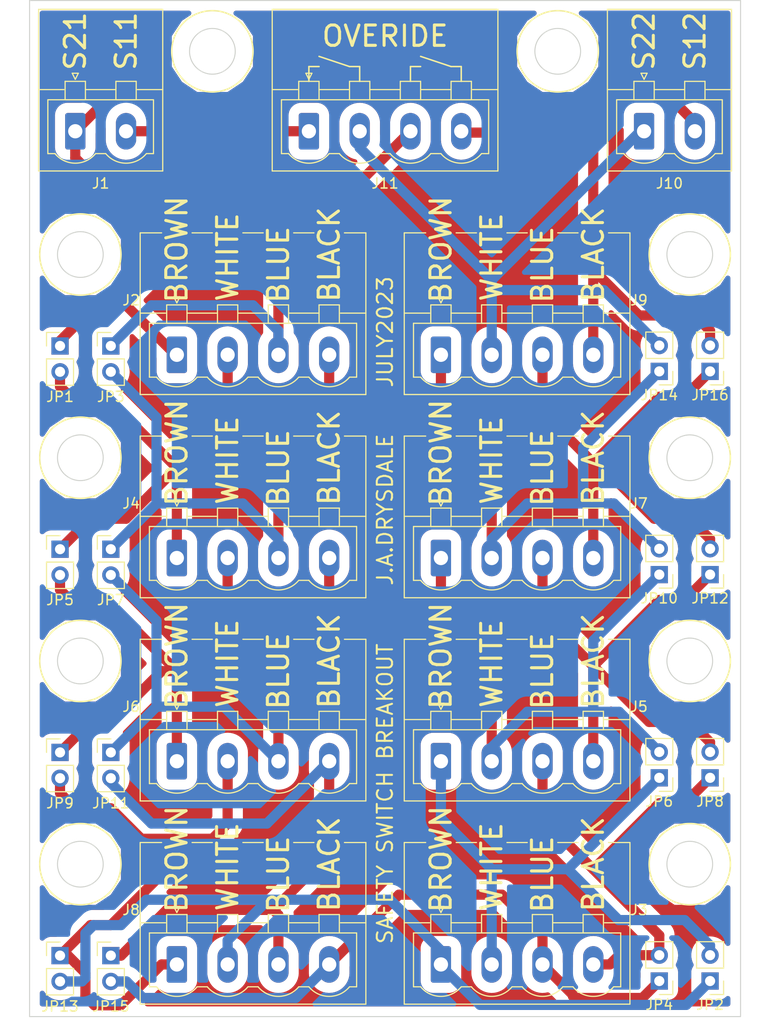
<source format=kicad_pcb>
(kicad_pcb (version 20211014) (generator pcbnew)
  (layers (0 "F.Cu" signal) (31 "B.Cu" signal) (34 "B.Paste" user) (35 "F.Paste" user) (36 "B.SilkS" user "B.Silkscreen") (37 "F.SilkS" user "F.Silkscreen") (38 "B.Mask" user) (39 "F.Mask" user) (44 "Edge.Cuts" user))
  (net 0 "")
  (net 1 "Net-(J1-Pad1)")
  (net 2 "Net-(J1-Pad2)")
  (net 3 "Net-(J2-Pad2)")
  (net 4 "Net-(J2-Pad4)")
  (net 5 "Net-(J4-Pad2)")
  (net 6 "Net-(J4-Pad4)")
  (net 7 "Net-(J10-Pad1)")
  (net 8 "Net-(J10-Pad2)")
  (net 9 "Net-(J3-Pad1)")
  (net 10 "Net-(J3-Pad2)")
  (net 11 "Net-(J3-Pad3)")
  (net 12 "Net-(J3-Pad4)")
  (net 13 "Net-(J5-Pad2)")
  (net 14 "Net-(J5-Pad4)")
  (net 15 "Net-(J6-Pad2)")
  (net 16 "Net-(J6-Pad4)")
  (net 17 "Net-(J7-Pad2)")
  (net 18 "Net-(J7-Pad4)")
  (footprint "Safety_PCB_connectors:PhoenixContact_MSTBVA_2,5_4-G_1x04_P5.00mm_Vertical" (layer "F.Cu") (at 114.5 114.8675)
    (fp_text reference "J6" (at -4.5 -5.3675) (layer "F.SilkS"))
    (fp_text value "Screw_Terminal_01x04")
    (pad "1" thru_hole roundrect (at 0 0) (size 2 3.6) (drill 1.4) (layers *.Cu *.Mask) (roundrect_rratio 0.125) (net 5 "Net-(J4-Pad2)"))
    (pad "2" thru_hole oval (at 5 0) (size 2 3.6) (drill 1.4) (layers *.Cu *.Mask) (net 15 "Net-(J6-Pad2)"))
    (pad "3" thru_hole oval (at 10 0) (size 2 3.6) (drill 1.4) (layers *.Cu *.Mask) (net 6 "Net-(J4-Pad4)"))
    (pad "4" thru_hole oval (at 15 0) (size 2 3.6) (drill 1.4) (layers *.Cu *.Mask) (net 16 "Net-(J6-Pad4)"))
  )
  (footprint "Safety_PCB_connectors:PhoenixContact_MSTBVA_2,5_4-G_1x04_P5.00mm_Vertical" (layer "F.Cu") (at 127.5 52.8675)
    (fp_text reference "J11" (at 7.5 5.1325) (layer "F.SilkS"))
    (fp_text value "Screw_Terminal_01x04")
    (pad "1" thru_hole roundrect (at 0 0) (size 2 3.6) (drill 1.4) (layers *.Cu *.Mask) (roundrect_rratio 0.125) (net 1 "Net-(J1-Pad1)"))
    (pad "2" thru_hole oval (at 5 0) (size 2 3.6) (drill 1.4) (layers *.Cu *.Mask) (net 7 "Net-(J10-Pad1)"))
    (pad "3" thru_hole oval (at 10 0) (size 2 3.6) (drill 1.4) (layers *.Cu *.Mask) (net 2 "Net-(J1-Pad2)"))
    (pad "4" thru_hole oval (at 15 0) (size 2 3.6) (drill 1.4) (layers *.Cu *.Mask) (net 8 "Net-(J10-Pad2)"))
  )
  (footprint "Connector_PinHeader_2.54mm:PinHeader_1x02_P2.54mm_Vertical" (layer "F.Cu") (at 108 74)
    (fp_text reference "JP3" (at 0 5) (layer "F.SilkS"))
    (fp_text value "Jumper_2_Open")
    (pad "1" thru_hole rect (at 0 0) (size 1.7 1.7) (drill 1) (layers *.Cu *.Mask) (net 2 "Net-(J1-Pad2)"))
    (pad "2" thru_hole oval (at 0 2.54) (size 1.7 1.7) (drill 1) (layers *.Cu *.Mask) (net 4 "Net-(J2-Pad4)"))
  )
  (footprint "Safety_PCB_connectors:PhoenixContact_MSTBVA_2,5_4-G_1x04_P5.00mm_Vertical" (layer "F.Cu") (at 114.5 94.8675)
    (fp_text reference "J4" (at -4.5 -5.3675) (layer "F.SilkS"))
    (fp_text value "Screw_Terminal_01x04")
    (pad "1" thru_hole roundrect (at 0 0) (size 2 3.6) (drill 1.4) (layers *.Cu *.Mask) (roundrect_rratio 0.125) (net 3 "Net-(J2-Pad2)"))
    (pad "2" thru_hole oval (at 5 0) (size 2 3.6) (drill 1.4) (layers *.Cu *.Mask) (net 5 "Net-(J4-Pad2)"))
    (pad "3" thru_hole oval (at 10 0) (size 2 3.6) (drill 1.4) (layers *.Cu *.Mask) (net 4 "Net-(J2-Pad4)"))
    (pad "4" thru_hole oval (at 15 0) (size 2 3.6) (drill 1.4) (layers *.Cu *.Mask) (net 6 "Net-(J4-Pad4)"))
  )
  (footprint "Connector_PinHeader_2.54mm:PinHeader_1x02_P2.54mm_Vertical" (layer "F.Cu") (at 103 134)
    (fp_text reference "JP13" (at 0 5) (layer "F.SilkS"))
    (fp_text value "Jumper_2_Open")
    (pad "1" thru_hole rect (at 0 0) (size 1.7 1.7) (drill 1) (layers *.Cu *.Mask) (net 15 "Net-(J6-Pad2)"))
    (pad "2" thru_hole oval (at 0 2.54) (size 1.7 1.7) (drill 1) (layers *.Cu *.Mask) (net 9 "Net-(J3-Pad1)"))
  )
  (footprint "Connector_PinHeader_2.54mm:PinHeader_1x02_P2.54mm_Vertical" (layer "F.Cu") (at 103 94)
    (fp_text reference "JP5" (at 0 5) (layer "F.SilkS"))
    (fp_text value "Jumper_2_Open")
    (pad "1" thru_hole rect (at 0 0) (size 1.7 1.7) (drill 1) (layers *.Cu *.Mask) (net 3 "Net-(J2-Pad2)"))
    (pad "2" thru_hole oval (at 0 2.54) (size 1.7 1.7) (drill 1) (layers *.Cu *.Mask) (net 5 "Net-(J4-Pad2)"))
  )
  (footprint "Safety_PCB_connectors:PhoenixContact_MSTBVA_2,5_4-G_1x04_P5.00mm_Vertical" (layer "F.Cu") (at 140.5 114.8675)
    (fp_text reference "J5" (at 19.5 -5.3675) (layer "F.SilkS"))
    (fp_text value "Screw_Terminal_01x04")
    (pad "1" thru_hole roundrect (at 0 0) (size 2 3.6) (drill 1.4) (layers *.Cu *.Mask) (roundrect_rratio 0.125) (net 10 "Net-(J3-Pad2)"))
    (pad "2" thru_hole oval (at 5 0) (size 2 3.6) (drill 1.4) (layers *.Cu *.Mask) (net 13 "Net-(J5-Pad2)"))
    (pad "3" thru_hole oval (at 10 0) (size 2 3.6) (drill 1.4) (layers *.Cu *.Mask) (net 12 "Net-(J3-Pad4)"))
    (pad "4" thru_hole oval (at 15 0) (size 2 3.6) (drill 1.4) (layers *.Cu *.Mask) (net 14 "Net-(J5-Pad4)"))
  )
  (footprint "Safety_PCB_connectors:PhoenixContact_MSTBVA_2,5_4-G_1x04_P5.00mm_Vertical" (layer "F.Cu") (at 140.5 94.8675)
    (fp_text reference "J7" (at 19.5 -5.3675) (layer "F.SilkS"))
    (fp_text value "Screw_Terminal_01x04")
    (pad "1" thru_hole roundrect (at 0 0) (size 2 3.6) (drill 1.4) (layers *.Cu *.Mask) (roundrect_rratio 0.125) (net 13 "Net-(J5-Pad2)"))
    (pad "2" thru_hole oval (at 5 0) (size 2 3.6) (drill 1.4) (layers *.Cu *.Mask) (net 17 "Net-(J7-Pad2)"))
    (pad "3" thru_hole oval (at 10 0) (size 2 3.6) (drill 1.4) (layers *.Cu *.Mask) (net 14 "Net-(J5-Pad4)"))
    (pad "4" thru_hole oval (at 15 0) (size 2 3.6) (drill 1.4) (layers *.Cu *.Mask) (net 18 "Net-(J7-Pad4)"))
  )
  (footprint "Connector_PinHeader_2.54mm:PinHeader_1x02_P2.54mm_Vertical" (layer "F.Cu") (at 162 76.5 180)
    (fp_text reference "JP14" (at 0 -2.33) (layer "F.SilkS"))
    (fp_text value "Jumper_2_Open")
    (pad "1" thru_hole rect (at 0 0 180) (size 1.7 1.7) (drill 1) (layers *.Cu *.Mask) (net 17 "Net-(J7-Pad2)"))
    (pad "2" thru_hole oval (at 0 2.54 180) (size 1.7 1.7) (drill 1) (layers *.Cu *.Mask) (net 7 "Net-(J10-Pad1)"))
  )
  (footprint "Connector_PinHeader_2.54mm:PinHeader_1x02_P2.54mm_Vertical" (layer "F.Cu") (at 108 114)
    (fp_text reference "JP11" (at 0 5) (layer "F.SilkS"))
    (fp_text value "Jumper_2_Open")
    (pad "1" thru_hole rect (at 0 0) (size 1.7 1.7) (drill 1) (layers *.Cu *.Mask) (net 6 "Net-(J4-Pad4)"))
    (pad "2" thru_hole oval (at 0 2.54) (size 1.7 1.7) (drill 1) (layers *.Cu *.Mask) (net 16 "Net-(J6-Pad4)"))
  )
  (footprint "Connector_PinHeader_2.54mm:PinHeader_1x02_P2.54mm_Vertical" (layer "F.Cu") (at 167 76.5 180)
    (fp_text reference "JP16" (at 0 -2.33) (layer "F.SilkS"))
    (fp_text value "Jumper_2_Open")
    (pad "1" thru_hole rect (at 0 0 180) (size 1.7 1.7) (drill 1) (layers *.Cu *.Mask) (net 18 "Net-(J7-Pad4)"))
    (pad "2" thru_hole oval (at 0 2.54 180) (size 1.7 1.7) (drill 1) (layers *.Cu *.Mask) (net 8 "Net-(J10-Pad2)"))
  )
  (footprint "Safety_PCB_connectors:PhoenixContact_MSTBVA_2,5_4-G_1x04_P5.00mm_Vertical" (layer "F.Cu") (at 140.5 134.8675)
    (fp_text reference "J3" (at 19.5 -5.3675) (layer "F.SilkS"))
    (fp_text value "Screw_Terminal_01x04")
    (pad "1" thru_hole roundrect (at 0 0) (size 2 3.6) (drill 1.4) (layers *.Cu *.Mask) (roundrect_rratio 0.125) (net 9 "Net-(J3-Pad1)"))
    (pad "2" thru_hole oval (at 5 0) (size 2 3.6) (drill 1.4) (layers *.Cu *.Mask) (net 10 "Net-(J3-Pad2)"))
    (pad "3" thru_hole oval (at 10 0) (size 2 3.6) (drill 1.4) (layers *.Cu *.Mask) (net 11 "Net-(J3-Pad3)"))
    (pad "4" thru_hole oval (at 15 0) (size 2 3.6) (drill 1.4) (layers *.Cu *.Mask) (net 12 "Net-(J3-Pad4)"))
  )
  (footprint "Connector_PinHeader_2.54mm:PinHeader_1x02_P2.54mm_Vertical" (layer "F.Cu") (at 162 96.5 180)
    (fp_text reference "JP10" (at 0 -2.33) (layer "F.SilkS"))
    (fp_text value "Jumper_2_Open")
    (pad "1" thru_hole rect (at 0 0 180) (size 1.7 1.7) (drill 1) (layers *.Cu *.Mask) (net 13 "Net-(J5-Pad2)"))
    (pad "2" thru_hole oval (at 0 2.54 180) (size 1.7 1.7) (drill 1) (layers *.Cu *.Mask) (net 17 "Net-(J7-Pad2)"))
  )
  (footprint "Connector_PinHeader_2.54mm:PinHeader_1x02_P2.54mm_Vertical" (layer "F.Cu") (at 162 116.5 180)
    (fp_text reference "JP6" (at 0 -2.33) (layer "F.SilkS"))
    (fp_text value "Jumper_2_Open")
    (pad "1" thru_hole rect (at 0 0 180) (size 1.7 1.7) (drill 1) (layers *.Cu *.Mask) (net 10 "Net-(J3-Pad2)"))
    (pad "2" thru_hole oval (at 0 2.54 180) (size 1.7 1.7) (drill 1) (layers *.Cu *.Mask) (net 13 "Net-(J5-Pad2)"))
  )
  (footprint "Connector_PinHeader_2.54mm:PinHeader_1x02_P2.54mm_Vertical" (layer "F.Cu") (at 167 116.5 180)
    (fp_text reference "JP8" (at 0 -2.33) (layer "F.SilkS"))
    (fp_text value "Jumper_2_Open")
    (pad "1" thru_hole rect (at 0 0 180) (size 1.7 1.7) (drill 1) (layers *.Cu *.Mask) (net 12 "Net-(J3-Pad4)"))
    (pad "2" thru_hole oval (at 0 2.54 180) (size 1.7 1.7) (drill 1) (layers *.Cu *.Mask) (net 14 "Net-(J5-Pad4)"))
  )
  (footprint "Connector_PinHeader_2.54mm:PinHeader_1x02_P2.54mm_Vertical" (layer "F.Cu") (at 108 94)
    (fp_text reference "JP7" (at 0 5) (layer "F.SilkS"))
    (fp_text value "Jumper_2_Open")
    (pad "1" thru_hole rect (at 0 0) (size 1.7 1.7) (drill 1) (layers *.Cu *.Mask) (net 4 "Net-(J2-Pad4)"))
    (pad "2" thru_hole oval (at 0 2.54) (size 1.7 1.7) (drill 1) (layers *.Cu *.Mask) (net 6 "Net-(J4-Pad4)"))
  )
  (footprint "Connector_PinHeader_2.54mm:PinHeader_1x02_P2.54mm_Vertical" (layer "F.Cu") (at 108 134)
    (fp_text reference "JP15" (at 0 5) (layer "F.SilkS"))
    (fp_text value "Jumper_2_Open")
    (pad "1" thru_hole rect (at 0 0) (size 1.7 1.7) (drill 1) (layers *.Cu *.Mask) (net 16 "Net-(J6-Pad4)"))
    (pad "2" thru_hole oval (at 0 2.54) (size 1.7 1.7) (drill 1) (layers *.Cu *.Mask) (net 11 "Net-(J3-Pad3)"))
  )
  (footprint "Safety_PCB_connectors:PhoenixContact_MSTBVA_2,5_2-G_1x02_P5.00mm_Vertical" (layer "F.Cu") (at 104.5 52.8675)
    (fp_text reference "J1" (at 2.5 5.1325) (layer "F.SilkS"))
    (fp_text value "Screw_Terminal_01x02")
    (pad "1" thru_hole roundrect (at 0 0) (size 2 3.6) (drill 1.4) (layers *.Cu *.Mask) (roundrect_rratio 0.125) (net 1 "Net-(J1-Pad1)"))
    (pad "2" thru_hole oval (at 5 0) (size 2 3.6) (drill 1.4) (layers *.Cu *.Mask) (net 2 "Net-(J1-Pad2)"))
  )
  (footprint "Safety_PCB_connectors:PhoenixContact_MSTBVA_2,5_4-G_1x04_P5.00mm_Vertical" (layer "F.Cu") (at 140.5 74.8675)
    (fp_text reference "J9" (at 19.5 -5.3675) (layer "F.SilkS"))
    (fp_text value "Screw_Terminal_01x04")
    (pad "1" thru_hole roundrect (at 0 0) (size 2 3.6) (drill 1.4) (layers *.Cu *.Mask) (roundrect_rratio 0.125) (net 17 "Net-(J7-Pad2)"))
    (pad "2" thru_hole oval (at 5 0) (size 2 3.6) (drill 1.4) (layers *.Cu *.Mask) (net 7 "Net-(J10-Pad1)"))
    (pad "3" thru_hole oval (at 10 0) (size 2 3.6) (drill 1.4) (layers *.Cu *.Mask) (net 18 "Net-(J7-Pad4)"))
    (pad "4" thru_hole oval (at 15 0) (size 2 3.6) (drill 1.4) (layers *.Cu *.Mask) (net 8 "Net-(J10-Pad2)"))
  )
  (footprint "Connector_PinHeader_2.54mm:PinHeader_1x02_P2.54mm_Vertical" (layer "F.Cu") (at 167 96.5 180)
    (fp_text reference "JP12" (at 0 -2.33) (layer "F.SilkS"))
    (fp_text value "Jumper_2_Open")
    (pad "1" thru_hole rect (at 0 0 180) (size 1.7 1.7) (drill 1) (layers *.Cu *.Mask) (net 14 "Net-(J5-Pad4)"))
    (pad "2" thru_hole oval (at 0 2.54 180) (size 1.7 1.7) (drill 1) (layers *.Cu *.Mask) (net 18 "Net-(J7-Pad4)"))
  )
  (footprint "Safety_PCB_connectors:PhoenixContact_MSTBVA_2,5_2-G_1x02_P5.00mm_Vertical" (layer "F.Cu") (at 160.5 52.8675)
    (fp_text reference "J10" (at 2.5 5.1325) (layer "F.SilkS"))
    (fp_text value "Screw_Terminal_01x02")
    (pad "1" thru_hole roundrect (at 0 0) (size 2 3.6) (drill 1.4) (layers *.Cu *.Mask) (roundrect_rratio 0.125) (net 7 "Net-(J10-Pad1)"))
    (pad "2" thru_hole oval (at 5 0) (size 2 3.6) (drill 1.4) (layers *.Cu *.Mask) (net 8 "Net-(J10-Pad2)"))
  )
  (footprint "Safety_PCB_connectors:PhoenixContact_MSTBVA_2,5_4-G_1x04_P5.00mm_Vertical" (layer "F.Cu") (at 114.5 134.8675)
    (fp_text reference "J8" (at -4.5 -5.3675) (layer "F.SilkS"))
    (fp_text value "Screw_Terminal_01x04")
    (pad "1" thru_hole roundrect (at 0 0) (size 2 3.6) (drill 1.4) (layers *.Cu *.Mask) (roundrect_rratio 0.125) (net 15 "Net-(J6-Pad2)"))
    (pad "2" thru_hole oval (at 5 0) (size 2 3.6) (drill 1.4) (layers *.Cu *.Mask) (net 9 "Net-(J3-Pad1)"))
    (pad "3" thru_hole oval (at 10 0) (size 2 3.6) (drill 1.4) (layers *.Cu *.Mask) (net 16 "Net-(J6-Pad4)"))
    (pad "4" thru_hole oval (at 15 0) (size 2 3.6) (drill 1.4) (layers *.Cu *.Mask) (net 11 "Net-(J3-Pad3)"))
  )
  (footprint "Connector_PinHeader_2.54mm:PinHeader_1x02_P2.54mm_Vertical" (layer "F.Cu") (at 103 114)
    (fp_text reference "JP9" (at 0 5) (layer "F.SilkS"))
    (fp_text value "Jumper_2_Open")
    (pad "1" thru_hole rect (at 0 0) (size 1.7 1.7) (drill 1) (layers *.Cu *.Mask) (net 5 "Net-(J4-Pad2)"))
    (pad "2" thru_hole oval (at 0 2.54) (size 1.7 1.7) (drill 1) (layers *.Cu *.Mask) (net 15 "Net-(J6-Pad2)"))
  )
  (footprint "Connector_PinHeader_2.54mm:PinHeader_1x02_P2.54mm_Vertical" (layer "F.Cu") (at 162 136.5 180)
    (fp_text reference "JP4" (at 0 -2.33) (layer "F.SilkS"))
    (fp_text value "Jumper_2_Open")
    (pad "1" thru_hole rect (at 0 0 180) (size 1.7 1.7) (drill 1) (layers *.Cu *.Mask) (net 11 "Net-(J3-Pad3)"))
    (pad "2" thru_hole oval (at 0 2.54 180) (size 1.7 1.7) (drill 1) (layers *.Cu *.Mask) (net 12 "Net-(J3-Pad4)"))
  )
  (footprint "Connector_PinHeader_2.54mm:PinHeader_1x02_P2.54mm_Vertical" (layer "F.Cu") (at 167 136.5 180)
    (fp_text reference "JP2" (at 0 -2.33) (layer "F.SilkS"))
    (fp_text value "Jumper_2_Open")
    (pad "1" thru_hole rect (at 0 0 180) (size 1.7 1.7) (drill 1) (layers *.Cu *.Mask) (net 9 "Net-(J3-Pad1)"))
    (pad "2" thru_hole oval (at 0 2.54 180) (size 1.7 1.7) (drill 1) (layers *.Cu *.Mask) (net 10 "Net-(J3-Pad2)"))
  )
  (footprint "Connector_PinHeader_2.54mm:PinHeader_1x02_P2.54mm_Vertical" (layer "F.Cu") (at 103 74)
    (fp_text reference "JP1" (at 0 5) (layer "F.SilkS"))
    (fp_text value "Jumper_2_Open")
    (pad "1" thru_hole rect (at 0 0) (size 1.7 1.7) (drill 1) (layers *.Cu *.Mask) (net 1 "Net-(J1-Pad1)"))
    (pad "2" thru_hole oval (at 0 2.54) (size 1.7 1.7) (drill 1) (layers *.Cu *.Mask) (net 3 "Net-(J2-Pad2)"))
  )
  (footprint "Safety_PCB_connectors:PhoenixContact_MSTBVA_2,5_4-G_1x04_P5.00mm_Vertical" (layer "F.Cu") (at 114.5 74.8675)
    (fp_text reference "J2" (at -4.5 -5.3675) (layer "F.SilkS"))
    (fp_text value "Screw_Terminal_01x04")
    (pad "1" thru_hole roundrect (at 0 0) (size 2 3.6) (drill 1.4) (layers *.Cu *.Mask) (roundrect_rratio 0.125) (net 1 "Net-(J1-Pad1)"))
    (pad "2" thru_hole oval (at 5 0) (size 2 3.6) (drill 1.4) (layers *.Cu *.Mask) (net 3 "Net-(J2-Pad2)"))
    (pad "3" thru_hole oval (at 10 0) (size 2 3.6) (drill 1.4) (layers *.Cu *.Mask) (net 2 "Net-(J1-Pad2)"))
    (pad "4" thru_hole oval (at 15 0) (size 2 3.6) (drill 1.4) (layers *.Cu *.Mask) (net 4 "Net-(J2-Pad4)"))
  )
  (gr_circle (center 165 105) (end 169 105) (layer "F.SilkS") (width 0.15) (fill none))
  (gr_circle (center 105 105) (end 109 105) (layer "F.SilkS") (width 0.15) (fill none))
  (gr_circle (center 105 125) (end 109 125) (layer "F.SilkS") (width 0.15) (fill none))
  (gr_circle (center 165 85) (end 169 85) (layer "F.SilkS") (width 0.15) (fill none))
  (gr_circle (center 165 65) (end 169 65) (layer "F.SilkS") (width 0.15) (fill none))
  (gr_circle (center 105 85) (end 109 85) (layer "F.SilkS") (width 0.15) (fill none))
  (gr_circle (center 152 45) (end 156 45) (layer "F.SilkS") (width 0.15) (fill none))
  (gr_line (start 132.5 47.9575) (end 132.5 46.5) (layer "F.SilkS") (width 0.15))
  (gr_line (start 141.5 46.5) (end 138.5 45.5) (layer "F.SilkS") (width 0.15))
  (gr_circle (center 165 125) (end 169 125) (layer "F.SilkS") (width 0.15) (fill none))
  (gr_circle (center 105 65) (end 109 65) (layer "F.SilkS") (width 0.15) (fill none))
  (gr_line (start 142.5 46.5) (end 141.5 46.5) (layer "F.SilkS") (width 0.15))
  (gr_line (start 127.5 47.9575) (end 127.5 46.5) (layer "F.SilkS") (width 0.15))
  (gr_line (start 137.5 46.5) (end 138.5 46.5) (layer "F.SilkS") (width 0.15))
  (gr_line (start 137.5 47.9575) (end 137.5 46.5) (layer "F.SilkS") (width 0.15))
  (gr_line (start 142.5 47.9575) (end 142.5 46.5) (layer "F.SilkS") (width 0.15))
  (gr_line (start 128.5 46.5) (end 127.5 46.5) (layer "F.SilkS") (width 0.15))
  (gr_line (start 132.5 46.5) (end 131.5 46.5) (layer "F.SilkS") (width 0.15))
  (gr_circle (center 118 45) (end 122 45) (layer "F.SilkS") (width 0.15) (fill none))
  (gr_line (start 131.5 46.5) (end 128.5 45.5) (layer "F.SilkS") (width 0.15))
  (gr_rect (start 100 40) (end 170 140) (layer "Edge.Cuts") (width 0.1) (fill none))
  (gr_circle (center 105 105) (end 107.25 105) (layer "Edge.Cuts") (width 0.1) (fill none))
  (gr_circle (center 105 125) (end 107.25 125) (layer "Edge.Cuts") (width 0.1) (fill none))
  (gr_circle (center 105 65) (end 107.25 65) (layer "Edge.Cuts") (width 0.1) (fill none))
  (gr_circle (center 165 65) (end 167.25 65) (layer "Edge.Cuts") (width 0.1) (fill none))
  (gr_circle (center 105 85) (end 107.25 85) (layer "Edge.Cuts") (width 0.1) (fill none))
  (gr_circle (center 118 45) (end 120.25 45) (layer "Edge.Cuts") (width 0.1) (fill none))
  (gr_circle (center 165 85) (end 167.25 85) (layer "Edge.Cuts") (width 0.1) (fill none))
  (gr_circle (center 165 105) (end 167.25 105) (layer "Edge.Cuts") (width 0.1) (fill none))
  (gr_circle (center 152 45) (end 154.25 45) (layer "Edge.Cuts") (width 0.1) (fill none))
  (gr_circle (center 165 125) (end 167.25 125) (layer "Edge.Cuts") (width 0.1) (fill none))
  (gr_text "BLACK" (at 155.5 125 90) (layer "F.SilkS") (effects (font (size 2 2) (thickness 0.3))))
  (gr_text "BROWN" (at 140.5 104.5 90) (layer "F.SilkS") (effects (font (size 2 2) (thickness 0.3))))
  (gr_text "WHITE" (at 145.5 105.25 90) (layer "F.SilkS") (effects (font (size 2 2) (thickness 0.3))))
  (gr_text "S11" (at 109.5 44 90) (layer "F.SilkS") (effects (font (size 2 2) (thickness 0.3))))
  (gr_text "BLUE" (at 124.5 106 90) (layer "F.SilkS") (effects (font (size 2 2) (thickness 0.3))))
  (gr_text "S12" (at 165.5 44 90) (layer "F.SilkS") (effects (font (size 2 2) (thickness 0.3))))
  (gr_text "BLACK" (at 129.5 125 90) (layer "F.SilkS") (effects (font (size 2 2) (thickness 0.3))))
  (gr_text "BLUE" (at 124.5 66 90) (layer "F.SilkS") (effects (font (size 2 2) (thickness 0.3))))
  (gr_text "BLUE" (at 150.5 66 90) (layer "F.SilkS") (effects (font (size 2 2) (thickness 0.3))))
  (gr_text "BROWN" (at 140.5 124.5 90) (layer "F.SilkS") (effects (font (size 2 2) (thickness 0.3))))
  (gr_text "BLACK" (at 155.5 105 90) (layer "F.SilkS") (effects (font (size 2 2) (thickness 0.3))))
  (gr_text "S21" (at 104.5 44 90) (layer "F.SilkS") (effects (font (size 2 2) (thickness 0.3))))
  (gr_text "BROWN" (at 114.5 124.5 90) (layer "F.SilkS") (effects (font (size 2 2) (thickness 0.3))))
  (gr_text "BROWN" (at 114.5 104.5 90) (layer "F.SilkS") (effects (font (size 2 2) (thickness 0.3))))
  (gr_text "WHITE" (at 145.5 125.25 90) (layer "F.SilkS") (effects (font (size 2 2) (thickness 0.3))))
  (gr_text "BLACK" (at 155.5 65 90) (layer "F.SilkS") (effects (font (size 2 2) (thickness 0.3))))
  (gr_text "BLUE" (at 124.5 86 90) (layer "F.SilkS") (effects (font (size 2 2) (thickness 0.3))))
  (gr_text "WHITE" (at 145.5 65.25 90) (layer "F.SilkS") (effects (font (size 2 2) (thickness 0.3))))
  (gr_text "BROWN" (at 140.5 64.5 90) (layer "F.SilkS") (effects (font (size 2 2) (thickness 0.3))))
  (gr_text "WHITE" (at 145.5 85.25 90) (layer "F.SilkS") (effects (font (size 2 2) (thickness 0.3))))
  (gr_text "BROWN" (at 114.5 84.5 90) (layer "F.SilkS") (effects (font (size 2 2) (thickness 0.3))))
  (gr_text "BLUE" (at 124.5 126 90) (layer "F.SilkS") (effects (font (size 2 2) (thickness 0.3))))
  (gr_text "BLACK" (at 129.5 105 90) (layer "F.SilkS") (effects (font (size 2 2) (thickness 0.3))))
  (gr_text "BLACK" (at 129.5 85 90) (layer "F.SilkS") (effects (font (size 2 2) (thickness 0.3))))
  (gr_text "BLACK" (at 155.5 85 90) (layer "F.SilkS") (effects (font (size 2 2) (thickness 0.3))))
  (gr_text "BROWN" (at 114.5 64.5 90) (layer "F.SilkS") (effects (font (size 2 2) (thickness 0.3))))
  (gr_text "BLUE" (at 150.5 86 90) (layer "F.SilkS") (effects (font (size 2 2) (thickness 0.3))))
  (gr_text "OVERIDE" (at 135 43.5) (layer "F.SilkS") (effects (font (size 2 2) (thickness 0.3))))
  (gr_text "S22" (at 160.5 44 90) (layer "F.SilkS") (effects (font (size 2 2) (thickness 0.3))))
  (gr_text "WHITE" (at 119.5 65.25 90) (layer "F.SilkS") (effects (font (size 2 2) (thickness 0.3))))
  (gr_text "WHITE" (at 119.5 125.25 90) (layer "F.SilkS") (effects (font (size 2 2) (thickness 0.3))))
  (gr_text "BROWN" (at 140.5 84.5 90) (layer "F.SilkS") (effects (font (size 2 2) (thickness 0.3))))
  (gr_text "BLUE" (at 150.5 106 90) (layer "F.SilkS") (effects (font (size 2 2) (thickness 0.3))))
  (gr_text "WHITE" (at 119.5 85.25 90) (layer "F.SilkS") (effects (font (size 2 2) (thickness 0.3))))
  (gr_text "BLACK" (at 129.5 65 90) (layer "F.SilkS") (effects (font (size 2 2) (thickness 0.3))))
  (gr_text "WHITE" (at 119.5 105.25 90) (layer "F.SilkS") (effects (font (size 2 2) (thickness 0.3))))
  (gr_text "SAFETY SWITCH BREAKOUT     J.A.DRYSDALE    JULY2023" (at 135 100 90) (layer "F.SilkS") (effects (font (size 1.5 1.5) (thickness 0.2))))
  (gr_text "BLUE" (at 150.5 126 90) (layer "F.SilkS") (effects (font (size 2 2) (thickness 0.3))))
  (segment (start 105.5 71) (end 103 73.5) (width 1) (layer "F.Cu") (net 1))
  (segment (start 111 48.5) (end 115.3675 52.8675) (width 1) (layer "F.Cu") (net 1))
  (segment (start 114.5 74.8675) (end 114.3675 74.8675) (width 1) (layer "F.Cu") (net 1))
  (segment (start 111 67.5) (end 109 69.5) (width 1) (layer "F.Cu") (net 1))
  (segment (start 104.5 52.8675) (end 108.8675 48.5) (width 1) (layer "F.Cu") (net 1))
  (segment (start 114.3675 74.8675) (end 109 69.5) (width 1) (layer "F.Cu") (net 1))
  (segment (start 103 73.5) (end 103 74) (width 1) (layer "F.Cu") (net 1))
  (segment (start 107.5 71) (end 105.5 71) (width 1) (layer "F.Cu") (net 1))
  (segment (start 115.3675 52.8675) (end 127.5 52.8675) (width 1) (layer "F.Cu") (net 1))
  (segment (start 104.5 55.5) (end 111 62) (width 1) (layer "F.Cu") (net 1))
  (segment (start 111 62) (end 111 67.5) (width 1) (layer "F.Cu") (net 1))
  (segment (start 104.5 52.8675) (end 104.5 55.5) (width 1) (layer "F.Cu") (net 1))
  (segment (start 109 69.5) (end 107.5 71) (width 1) (layer "F.Cu") (net 1))
  (segment (start 108.8675 48.5) (end 111 48.5) (width 1) (layer "F.Cu") (net 1))
  (segment (start 118 59) (end 124.5 59) (width 1) (layer "F.Cu") (net 2))
  (segment (start 124.5 74.8675) (end 124.5 59) (width 1) (layer "F.Cu") (net 2))
  (segment (start 131.3675 59) (end 137.5 52.8675) (width 1) (layer "F.Cu") (net 2))
  (segment (start 111.8675 52.8675) (end 118 59) (width 1) (layer "F.Cu") (net 2))
  (segment (start 109.5 52.8675) (end 111.8675 52.8675) (width 1) (layer "F.Cu") (net 2))
  (segment (start 124.5 59) (end 131.3675 59) (width 1) (layer "F.Cu") (net 2))
  (segment (start 112 70) (end 122 70) (width 1) (layer "B.Cu") (net 2))
  (segment (start 122 70) (end 124.5 72.5) (width 1) (layer "B.Cu") (net 2))
  (segment (start 108 74) (end 112 70) (width 1) (layer "B.Cu") (net 2))
  (segment (start 124.5 72.5) (end 124.5 74.8675) (width 1) (layer "B.Cu") (net 2))
  (segment (start 119.5 74.8675) (end 119.5 81) (width 1) (layer "F.Cu") (net 3))
  (segment (start 104 79) (end 107.5 79) (width 1) (layer "F.Cu") (net 3))
  (segment (start 103 78) (end 104 79) (width 1) (layer "F.Cu") (net 3))
  (segment (start 109.5 91) (end 114.5 86) (width 1) (layer "F.Cu") (net 3))
  (segment (start 106 91) (end 109.5 91) (width 1) (layer "F.Cu") (net 3))
  (segment (start 107.5 79) (end 114.5 86) (width 1) (layer "F.Cu") (net 3))
  (segment (start 103 76.54) (end 103 78) (width 1) (layer "F.Cu") (net 3))
  (segment (start 103 94) (end 106 91) (width 1) (layer "F.Cu") (net 3))
  (segment (start 114.5 86) (end 114.5 94.8675) (width 1) (layer "F.Cu") (net 3))
  (segment (start 119.5 81) (end 114.5 86) (width 1) (layer "F.Cu") (net 3))
  (segment (start 129.5 74.8675) (end 129.5 81.5) (width 1) (layer "F.Cu") (net 4))
  (segment (start 124.5 86.5) (end 124.5 94.8675) (width 1) (layer "F.Cu") (net 4))
  (segment (start 129.5 81.5) (end 124.5 86.5) (width 1) (layer "F.Cu") (net 4))
  (segment (start 112.5 81.04) (end 108 76.54) (width 1) (layer "B.Cu") (net 4))
  (segment (start 108 94) (end 112.5 89.5) (width 1) (layer "B.Cu") (net 4))
  (segment (start 121 89.5) (end 124.5 93) (width 1) (layer "B.Cu") (net 4))
  (segment (start 112.5 89.5) (end 112.5 81.04) (width 1) (layer "B.Cu") (net 4))
  (segment (start 112.5 89.5) (end 121 89.5) (width 1) (layer "B.Cu") (net 4))
  (segment (start 124.5 93) (end 124.5 94.8675) (width 1) (layer "B.Cu") (net 4))
  (segment (start 119.5 101) (end 114.5 106) (width 1) (layer "F.Cu") (net 5))
  (segment (start 119.5 94.8675) (end 119.5 101) (width 1) (layer "F.Cu") (net 5))
  (segment (start 113 106) (end 114.5 106) (width 1) (layer "F.Cu") (net 5))
  (segment (start 114.5 106) (end 114.5 114.8675) (width 1) (layer "F.Cu") (net 5))
  (segment (start 103 114) (end 106 111) (width 1) (layer "F.Cu") (net 5))
  (segment (start 107.5 99) (end 114.5 106) (width 1) (layer "F.Cu") (net 5))
  (segment (start 103 96.54) (end 103 98) (width 1) (layer "F.Cu") (net 5))
  (segment (start 103 98) (end 104 99) (width 1) (layer "F.Cu") (net 5))
  (segment (start 104 99) (end 107.5 99) (width 1) (layer "F.Cu") (net 5))
  (segment (start 108 111) (end 113 106) (width 1) (layer "F.Cu") (net 5))
  (segment (start 106 111) (end 108 111) (width 1) (layer "F.Cu") (net 5))
  (segment (start 124.5 106) (end 124.5 114.8675) (width 1) (layer "F.Cu") (net 6))
  (segment (start 129.5 101) (end 124.5 106) (width 1) (layer "F.Cu") (net 6))
  (segment (start 129.5 94.8675) (end 129.5 101) (width 1) (layer "F.Cu") (net 6))
  (segment (start 112.5 109.5) (end 119.1325 109.5) (width 1) (layer "B.Cu") (net 6))
  (segment (start 112.5 109.5) (end 112.5 101.04) (width 1) (layer "B.Cu") (net 6))
  (segment (start 119.1325 109.5) (end 124.5 114.8675) (width 1) (layer "B.Cu") (net 6))
  (segment (start 112.5 101.04) (end 108 96.54) (width 1) (layer "B.Cu") (net 6))
  (segment (start 108 114) (end 112.5 109.5) (width 1) (layer "B.Cu") (net 6))
  (segment (start 145.5 67.5) (end 145.5 74.8675) (width 1) (layer "B.Cu") (net 7))
  (segment (start 132.5 52.8675) (end 132.5 54.5) (width 1) (layer "B.Cu") (net 7))
  (segment (start 145.5 68.5) (end 156.54 68.5) (width 1) (layer "B.Cu") (net 7))
  (segment (start 160.5 52.8675) (end 160.1325 52.8675) (width 1) (layer "B.Cu") (net 7))
  (segment (start 145.5 74.8675) (end 145.5 68.5) (width 1) (layer "B.Cu") (net 7))
  (segment (start 160.1325 52.8675) (end 145.5 67.5) (width 1) (layer "B.Cu") (net 7))
  (segment (start 156.54 68.5) (end 162 73.96) (width 1) (layer "B.Cu") (net 7))
  (segment (start 132.5 54.5) (end 145.5 67.5) (width 1) (layer "B.Cu") (net 7))
  (segment (start 155.5 66.5) (end 155.5 74.8675) (width 1) (layer "F.Cu") (net 8))
  (segment (start 160 71) (end 155.5 66.5) (width 1) (layer "F.Cu") (net 8))
  (segment (start 165.5 71) (end 160 71) (width 1) (layer "F.Cu") (net 8))
  (segment (start 162 48.5) (end 160 48.5) (width 1) (layer "F.Cu") (net 8))
  (segment (start 155.5 53) (end 155.5 66.5) (width 1) (layer "F.Cu") (net 8))
  (segment (start 155.5 53) (end 142.6325 53) (width 1) (layer "F.Cu") (net 8))
  (segment (start 160 48.5) (end 155.5 53) (width 1) (layer "F.Cu") (net 8))
  (segment (start 142.6325 53) (end 142.5 52.8675) (width 1) (layer "F.Cu") (net 8))
  (segment (start 167 73.96) (end 167 72.5) (width 1) (layer "F.Cu") (net 8))
  (segment (start 165.5 52.8675) (end 165.5 52) (width 1) (layer "F.Cu") (net 8))
  (segment (start 165.5 52) (end 162 48.5) (width 1) (layer "F.Cu") (net 8))
  (segment (start 167 72.5) (end 165.5 71) (width 1) (layer "F.Cu") (net 8))
  (segment (start 106.3 131) (end 109 131) (width 1) (layer "B.Cu") (net 9))
  (segment (start 140.5 134.8675) (end 140.5 135) (width 1) (layer "B.Cu") (net 9))
  (segment (start 164.65 138.85) (end 167 136.5) (width 1) (layer "B.Cu") (net 9))
  (segment (start 135.5 128.5) (end 140.5 133.5) (width 1) (layer "B.Cu") (net 9))
  (segment (start 103 136.54) (end 105.16 136.54) (width 1) (layer "B.Cu") (net 9))
  (segment (start 111.5 128.5) (end 123.5 128.5) (width 1) (layer "B.Cu") (net 9))
  (segment (start 105.5 131.8) (end 106.3 131) (width 1) (layer "B.Cu") (net 9))
  (segment (start 119.5 132.5) (end 119.5 134.8675) (width 1) (layer "B.Cu") (net 9))
  (segment (start 123.5 128.5) (end 135.5 128.5) (width 1) (layer "B.Cu") (net 9))
  (segment (start 105.5 136.2) (end 105.5 131.8) (width 1) (layer "B.Cu") (net 9))
  (segment (start 140.5 133.5) (end 140.5 134.8675) (width 1) (layer "B.Cu") (net 9))
  (segment (start 109 131) (end 111.5 128.5) (width 1) (layer "B.Cu") (net 9))
  (segment (start 144.35 138.85) (end 164.65 138.85) (width 1) (layer "B.Cu") (net 9))
  (segment (start 105.16 136.54) (end 105.5 136.2) (width 1) (layer "B.Cu") (net 9))
  (segment (start 140.5 135) (end 144.35 138.85) (width 1) (layer "B.Cu") (net 9))
  (segment (start 123.5 128.5) (end 119.5 132.5) (width 1) (layer "B.Cu") (net 9))
  (segment (start 158 130.5) (end 153 125.5) (width 1) (layer "B.Cu") (net 10))
  (segment (start 145.5 125.5) (end 153 125.5) (width 1) (layer "B.Cu") (net 10))
  (segment (start 167 133) (end 164.5 130.5) (width 1) (layer "B.Cu") (net 10))
  (segment (start 140.5 120.5) (end 145.5 125.5) (width 1) (layer "B.Cu") (net 10))
  (segment (start 164.5 130.5) (end 158 130.5) (width 1) (layer "B.Cu") (net 10))
  (segment (start 140.5 114.8675) (end 140.5 120.5) (width 1) (layer "B.Cu") (net 10))
  (segment (start 145.5 125.5) (end 145.5 134.8675) (width 1) (layer "B.Cu") (net 10))
  (segment (start 153 125.5) (end 162 116.5) (width 1) (layer "B.Cu") (net 10))
  (segment (start 167 133.96) (end 167 133) (width 1) (layer "B.Cu") (net 10))
  (segment (start 153.5 137.8675) (end 153.5 138) (width 1) (layer "F.Cu") (net 11))
  (segment (start 129.5 134.8675) (end 136.3675 128) (width 1) (layer "F.Cu") (net 11))
  (segment (start 136.3675 128) (end 146.5 128) (width 1) (layer "F.Cu") (net 11))
  (segment (start 150.5 134.8675) (end 153.5 137.8675) (width 1) (layer "F.Cu") (net 11))
  (segment (start 150.5 132) (end 150.5 134.8675) (width 1) (layer "F.Cu") (net 11))
  (segment (start 153.6675 138.1675) (end 160.3325 138.1675) (width 1) (layer "F.Cu") (net 11))
  (segment (start 160.3325 138.1675) (end 162 136.5) (width 1) (layer "F.Cu") (net 11))
  (segment (start 146.5 128) (end 150.5 132) (width 1) (layer "F.Cu") (net 11))
  (segment (start 153.5 138) (end 153.6675 138.1675) (width 1) (layer "F.Cu") (net 11))
  (segment (start 126.2 138.1675) (end 129.5 134.8675) (width 1) (layer "B.Cu") (net 11))
  (segment (start 109.54 136.54) (end 111.1675 138.1675) (width 1) (layer "B.Cu") (net 11))
  (segment (start 108 136.54) (end 109.54 136.54) (width 1) (layer "B.Cu") (net 11))
  (segment (start 111.1675 138.1675) (end 126.2 138.1675) (width 1) (layer "B.Cu") (net 11))
  (segment (start 150.5 120.5) (end 155.5 125.5) (width 1) (layer "F.Cu") (net 12))
  (segment (start 162 133.96) (end 162 132) (width 1) (layer "F.Cu") (net 12))
  (segment (start 162 119) (end 155.5 125.5) (width 1) (layer "F.Cu") (net 12))
  (segment (start 158.04 133.96) (end 162 133.96) (width 1) (layer "F.Cu") (net 12))
  (segment (start 150.5 114.8675) (end 150.5 120.5) (width 1) (layer "F.Cu") (net 12))
  (segment (start 167 116.5) (end 164.5 119) (width 1) (layer "F.Cu") (net 12))
  (segment (start 155.5 134.8675) (end 157.1325 134.8675) (width 1) (layer "F.Cu") (net 12))
  (segment (start 157.1325 134.8675) (end 158.04 133.96) (width 1) (layer "F.Cu") (net 12))
  (segment (start 164.5 119) (end 162 119) (width 1) (layer "F.Cu") (net 12))
  (segment (start 162 132) (end 155.5 125.5) (width 1) (layer "F.Cu") (net 12))
  (segment (start 140.5 101) (end 145.5 106) (width 1) (layer "F.Cu") (net 13))
  (segment (start 145.5 106) (end 145.5 114.8675) (width 1) (layer "F.Cu") (net 13))
  (segment (start 140.5 94.8675) (end 140.5 101) (width 1) (layer "F.Cu") (net 13))
  (segment (start 149 110) (end 155.5 110) (width 1) (layer "B.Cu") (net 13))
  (segment (start 155.5 110) (end 158.04 110) (width 1) (layer "B.Cu") (net 13))
  (segment (start 158.04 110) (end 162 113.96) (width 1) (layer "B.Cu") (net 13))
  (segment (start 155.5 103) (end 155.5 110) (width 1) (layer "B.Cu") (net 13))
  (segment (start 145.5 114.8675) (end 145.5 113.5) (width 1) (layer "B.Cu") (net 13))
  (segment (start 145.5 113.5) (end 149 110) (width 1) (layer "B.Cu") (net 13))
  (segment (start 162 96.5) (end 155.5 103) (width 1) (layer "B.Cu") (net 13))
  (segment (start 150.5 100.5) (end 155.5 105.5) (width 1) (layer "F.Cu") (net 14))
  (segment (start 167 96.5) (end 164.5 99) (width 1) (layer "F.Cu") (net 14))
  (segment (start 164.5 99) (end 162 99) (width 1) (layer "F.Cu") (net 14))
  (segment (start 162 99) (end 155.5 105.5) (width 1) (layer "F.Cu") (net 14))
  (segment (start 155.5 105.5) (end 155.5 114.8675) (width 1) (layer "F.Cu") (net 14))
  (segment (start 150.5 94.8675) (end 150.5 100.5) (width 1) (layer "F.Cu") (net 14))
  (segment (start 161 111) (end 155.5 105.5) (width 1) (layer "F.Cu") (net 14))
  (segment (start 167 113.96) (end 167 113) (width 1) (layer "F.Cu") (net 14))
  (segment (start 167 113) (end 165 111) (width 1) (layer "F.Cu") (net 14))
  (segment (start 165 111) (end 161 111) (width 1) (layer "F.Cu") (net 14))
  (segment (start 119.5 121) (end 119.5 114.8675) (width 1) (layer "F.Cu") (net 15))
  (segment (start 114.5 124.5) (end 108 131) (width 1) (layer "F.Cu") (net 15))
  (segment (start 105.5 138) (end 106.39 138.89) (width 1) (layer "F.Cu") (net 15))
  (segment (start 103 116.54) (end 103 118) (width 1) (layer "F.Cu") (net 15))
  (segment (start 112.995902 134.8675) (end 114.5 134.8675) (width 1) (layer "F.Cu") (net 15))
  (segment (start 103 118) (end 104.5 119.5) (width 1) (layer "F.Cu") (net 15))
  (segment (start 108 131) (end 106 131) (width 1) (layer "F.Cu") (net 15))
  (segment (start 108 119.5) (end 111 122.5) (width 1) (layer "F.Cu") (net 15))
  (segment (start 103.783402 134) (end 105.5 135.716598) (width 1) (layer "F.Cu") (net 15))
  (segment (start 114.5 122.5) (end 114.5 124.5) (width 1) (layer "F.Cu") (net 15))
  (segment (start 106.39 138.89) (end 108.973402 138.89) (width 1) (layer "F.Cu") (net 15))
  (segment (start 105.5 135.716598) (end 105.5 138) (width 1) (layer "F.Cu") (net 15))
  (segment (start 104.5 119.5) (end 108 119.5) (width 1) (layer "F.Cu") (net 15))
  (segment (start 108.973402 138.89) (end 112.995902 134.8675) (width 1) (layer "F.Cu") (net 15))
  (segment (start 111 122.5) (end 114.5 122.5) (width 1) (layer "F.Cu") (net 15))
  (segment (start 118 122.5) (end 119.5 121) (width 1) (layer "F.Cu") (net 15))
  (segment (start 106 131) (end 103 134) (width 1) (layer "F.Cu") (net 15))
  (segment (start 114.5 122.5) (end 118 122.5) (width 1) (layer "F.Cu") (net 15))
  (segment (start 103 134) (end 103.783402 134) (width 1) (layer "F.Cu") (net 15))
  (segment (start 109 134) (end 113.5 129.5) (width 1) (layer "F.Cu") (net 16))
  (segment (start 129.5 114.8675) (end 129.5 124) (width 1) (layer "F.Cu") (net 16))
  (segment (start 124.5 130) (end 124.5 134.8675) (width 1) (layer "F.Cu") (net 16))
  (segment (start 124 129.5) (end 124.5 130) (width 1) (layer "F.Cu") (net 16))
  (segment (start 108 134) (end 109 134) (width 1) (layer "F.Cu") (net 16))
  (segment (start 113.5 129.5) (end 124 129.5) (width 1) (layer "F.Cu") (net 16))
  (segment (start 129.5 124) (end 124 129.5) (width 1) (layer "F.Cu") (net 16))
  (segment (start 123.3675 121) (end 129.5 114.8675) (width 1) (layer "B.Cu") (net 16))
  (segment (start 108 117) (end 112 121) (width 1) (layer "B.Cu") (net 16))
  (segment (start 108 116.54) (end 108 117) (width 1) (layer "B.Cu") (net 16))
  (segment (start 112 121) (end 123.3675 121) (width 1) (layer "B.Cu") (net 16))
  (segment (start 140.5 74.8675) (end 140.5 81) (width 1) (layer "F.Cu") (net 17))
  (segment (start 140.5 81) (end 145.5 86) (width 1) (layer "F.Cu") (net 17))
  (segment (start 145.5 86) (end 145.5 94.8675) (width 1) (layer "F.Cu") (net 17))
  (segment (start 145.5 93) (end 149 89.5) (width 1) (layer "B.Cu") (net 17))
  (segment (start 145.5 94.8675) (end 145.5 93) (width 1) (layer "B.Cu") (net 17))
  (segment (start 154.5 84) (end 154.5 89.5) (width 1) (layer "B.Cu") (net 17))
  (segment (start 149 89.5) (end 154.5 89.5) (width 1) (layer "B.Cu") (net 17))
  (segment (start 162 76.5) (end 154.5 84) (width 1) (layer "B.Cu") (net 17))
  (segment (start 157.54 89.5) (end 162 93.96) (width 1) (layer "B.Cu") (net 17))
  (segment (start 154.5 89.5) (end 157.54 89.5) (width 1) (layer "B.Cu") (net 17))
  (segment (start 164.5 79) (end 162 79) (width 1) (layer "F.Cu") (net 18))
  (segment (start 155.75 85.25) (end 155.5 85.5) (width 1) (layer "F.Cu") (net 18))
  (segment (start 155.5 85.5) (end 155.5 94.8675) (width 1) (layer "F.Cu") (net 18))
  (segment (start 150.5 74.8675) (end 150.5 80.5) (width 1) (layer "F.Cu") (net 18))
  (segment (start 167 76.5) (end 164.5 79) (width 1) (layer "F.Cu") (net 18))
  (segment (start 167 93) (end 165 91) (width 1) (layer "F.Cu") (net 18))
  (segment (start 161.5 91) (end 155.75 85.25) (width 1) (layer "F.Cu") (net 18))
  (segment (start 165 91) (end 161.5 91) (width 1) (layer "F.Cu") (net 18))
  (segment (start 150.5 80.5) (end 155.5 85.5) (width 1) (layer "F.Cu") (net 18))
  (segment (start 162 79) (end 155.75 85.25) (width 1) (layer "F.Cu") (net 18))
  (segment (start 167 93.96) (end 167 93) (width 1) (layer "F.Cu") (net 18))
  (zone (net 0) (net_name "") (layers F&B.Cu) (connect_pads (clearance 0)) (min_thickness 0.254)
    (keepout (tracks not_allowed) (vias not_allowed) (pads not_allowed) (copperpour not_allowed) (footprints not_allowed))
    (fill (thermal_gap 0.508) (thermal_bridge_width 0.508))
    (polygon (pts (xy 168 62) (xy 169 63.5) (xy 169 66.5) (xy 168 68) (xy 166.5 69) (xy 163.5 69) (xy 162 68) (xy 161 66.5) (xy 161 63.5) (xy 162 62) (xy 163.5 61) (xy 166.5 61)))
  )
  (zone (net 0) (net_name "") (layers F&B.Cu) (connect_pads (clearance 0)) (min_thickness 0.254)
    (keepout (tracks not_allowed) (vias not_allowed) (pads not_allowed) (copperpour not_allowed) (footprints not_allowed))
    (fill (thermal_gap 0.508) (thermal_bridge_width 0.508))
    (polygon (pts (xy 121 42) (xy 122 43.5) (xy 122 46.5) (xy 121 48) (xy 119.5 49) (xy 116.5 49) (xy 115 48) (xy 114 46.5) (xy 114 43.5) (xy 115 42) (xy 116.5 41) (xy 119.5 41)))
  )
  (zone (net 0) (net_name "") (layers F&B.Cu) (connect_pads (clearance 0)) (min_thickness 0.254)
    (keepout (tracks not_allowed) (vias not_allowed) (pads not_allowed) (copperpour not_allowed) (footprints not_allowed))
    (fill (thermal_gap 0.508) (thermal_bridge_width 0.508))
    (polygon (pts (xy 155 42) (xy 156 43.5) (xy 156 46.5) (xy 155 48) (xy 153.5 49) (xy 150.5 49) (xy 149 48) (xy 148 46.5) (xy 148 43.5) (xy 149 42) (xy 150.5 41) (xy 153.5 41)))
  )
  (zone (net 0) (net_name "") (layers F&B.Cu) (connect_pads no (clearance 1)) (min_thickness 0.5) (fill yes (thermal_gap 0.508) (thermal_bridge_width 0.508))
    (polygon (pts (xy 169.5 139.5) (xy 100.5 139.5) (xy 100.5 40.5) (xy 169.5 40.5)))
  )
  (zone (net 0) (net_name "") (layers F&B.Cu) (connect_pads (clearance 0)) (min_thickness 0.254)
    (keepout (tracks not_allowed) (vias not_allowed) (pads not_allowed) (copperpour not_allowed) (footprints not_allowed))
    (fill (thermal_gap 0.508) (thermal_bridge_width 0.508))
    (polygon (pts (xy 108 82) (xy 109 83.5) (xy 109 86.5) (xy 108 88) (xy 106.5 89) (xy 103.5 89) (xy 102 88) (xy 101 86.5) (xy 101 83.5) (xy 102 82) (xy 103.5 81) (xy 106.5 81)))
  )
  (zone (net 0) (net_name "") (layers F&B.Cu) (connect_pads (clearance 0)) (min_thickness 0.254)
    (keepout (tracks not_allowed) (vias not_allowed) (pads not_allowed) (copperpour not_allowed) (footprints not_allowed))
    (fill (thermal_gap 0.508) (thermal_bridge_width 0.508))
    (polygon (pts (xy 168 102) (xy 169 103.5) (xy 169 106.5) (xy 168 108) (xy 166.5 109) (xy 163.5 109) (xy 162 108) (xy 161 106.5) (xy 161 103.5) (xy 162 102) (xy 163.5 101) (xy 166.5 101)))
  )
  (zone (net 0) (net_name "") (layers F&B.Cu) (connect_pads (clearance 0)) (min_thickness 0.254)
    (keepout (tracks not_allowed) (vias not_allowed) (pads not_allowed) (copperpour not_allowed) (footprints not_allowed))
    (fill (thermal_gap 0.508) (thermal_bridge_width 0.508))
    (polygon (pts (xy 168 122) (xy 169 123.5) (xy 169 126.5) (xy 168 128) (xy 166.5 129) (xy 163.5 129) (xy 162 128) (xy 161 126.5) (xy 161 123.5) (xy 162 122) (xy 163.5 121) (xy 166.5 121)))
  )
  (zone (net 0) (net_name "") (layers F&B.Cu) (connect_pads (clearance 0)) (min_thickness 0.254)
    (keepout (tracks not_allowed) (vias not_allowed) (pads not_allowed) (copperpour not_allowed) (footprints not_allowed))
    (fill (thermal_gap 0.508) (thermal_bridge_width 0.508))
    (polygon (pts (xy 108 122) (xy 109 123.5) (xy 109 126.5) (xy 108 128) (xy 106.5 129) (xy 103.5 129) (xy 102 128) (xy 101 126.5) (xy 101 123.5) (xy 102 122) (xy 103.5 121) (xy 106.5 121)))
  )
  (zone (net 0) (net_name "") (layers F&B.Cu) (connect_pads (clearance 0)) (min_thickness 0.254)
    (keepout (tracks not_allowed) (vias not_allowed) (pads not_allowed) (copperpour not_allowed) (footprints not_allowed))
    (fill (thermal_gap 0.508) (thermal_bridge_width 0.508))
    (polygon (pts (xy 108 102) (xy 109 103.5) (xy 109 106.5) (xy 108 108) (xy 106.5 109) (xy 103.5 109) (xy 102 108) (xy 101 106.5) (xy 101 103.5) (xy 102 102) (xy 103.5 101) (xy 106.5 101)))
  )
  (zone (net 0) (net_name "") (layers F&B.Cu) (connect_pads (clearance 0)) (min_thickness 0.254)
    (keepout (tracks not_allowed) (vias not_allowed) (pads not_allowed) (copperpour not_allowed) (footprints not_allowed))
    (fill (thermal_gap 0.508) (thermal_bridge_width 0.508))
    (polygon (pts (xy 108 62) (xy 109 63.5) (xy 109 66.5) (xy 108 68) (xy 106.5 69) (xy 103.5 69) (xy 102 68) (xy 101 66.5) (xy 101 63.5) (xy 102 62) (xy 103.5 61) (xy 106.5 61)))
  )
  (zone (net 0) (net_name "") (layers F&B.Cu) (connect_pads (clearance 0)) (min_thickness 0.254)
    (keepout (tracks not_allowed) (vias not_allowed) (pads not_allowed) (copperpour not_allowed) (footprints not_allowed))
    (fill (thermal_gap 0.508) (thermal_bridge_width 0.508))
    (polygon (pts (xy 168 82) (xy 169 83.5) (xy 169 86.5) (xy 168 88) (xy 166.5 89) (xy 163.5 89) (xy 162 88) (xy 161 86.5) (xy 161 83.5) (xy 162 82) (xy 163.5 81) (xy 166.5 81)))
  )
)
</source>
